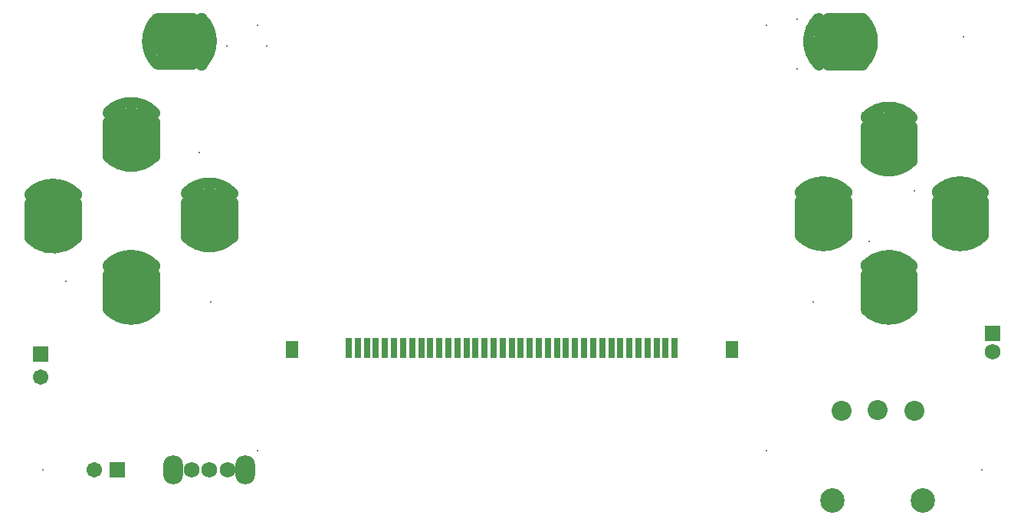
<source format=gts>
%FSLAX25Y25*%
%MOIN*%
G70*
G01*
G75*
G04 Layer_Color=8388736*
%ADD10C,0.02362*%
%ADD11C,0.02063*%
%ADD12R,0.01969X0.07874*%
%ADD13C,0.00984*%
%ADD14C,0.01000*%
%ADD15C,0.00787*%
%ADD16C,0.01969*%
%ADD17C,0.01378*%
%ADD18C,0.01181*%
%ADD19C,0.06000*%
%ADD20R,0.06000X0.06000*%
%ADD21C,0.05906*%
%ADD22R,0.05906X0.05906*%
%ADD23O,0.07874X0.11811*%
%ADD24C,0.09843*%
%ADD25C,0.07874*%
%ADD26R,0.05906X0.05906*%
%ADD27R,0.04724X0.06693*%
%ADD28C,0.02756*%
%ADD29C,0.02598*%
%ADD30R,0.03543X0.02362*%
%ADD31R,0.02756X0.03543*%
%ADD32R,0.02362X0.03543*%
%ADD33R,0.03543X0.02756*%
%ADD34R,0.05512X0.03937*%
G04:AMPARAMS|DCode=35|XSize=27.56mil|YSize=35.43mil|CornerRadius=0mil|HoleSize=0mil|Usage=FLASHONLY|Rotation=315.000|XOffset=0mil|YOffset=0mil|HoleType=Round|Shape=Rectangle|*
%AMROTATEDRECTD35*
4,1,4,-0.02227,-0.00278,0.00278,0.02227,0.02227,0.00278,-0.00278,-0.02227,-0.02227,-0.00278,0.0*
%
%ADD35ROTATEDRECTD35*%

%ADD36R,0.10236X0.04724*%
%ADD37R,0.02559X0.03543*%
%ADD38R,0.03937X0.05512*%
G04:AMPARAMS|DCode=39|XSize=27.56mil|YSize=35.43mil|CornerRadius=0mil|HoleSize=0mil|Usage=FLASHONLY|Rotation=45.000|XOffset=0mil|YOffset=0mil|HoleType=Round|Shape=Rectangle|*
%AMROTATEDRECTD39*
4,1,4,0.00278,-0.02227,-0.02227,0.00278,-0.00278,0.02227,0.02227,-0.00278,0.00278,-0.02227,0.0*
%
%ADD39ROTATEDRECTD39*%

%ADD40R,0.01575X0.02362*%
%ADD41R,0.02362X0.01575*%
%ADD42R,0.03937X0.00787*%
%ADD43R,0.03937X0.01969*%
%ADD44R,0.06299X0.05118*%
%ADD45R,0.03543X0.03937*%
%ADD46O,0.08661X0.02362*%
%ADD47O,0.01181X0.07087*%
%ADD48O,0.07087X0.01181*%
%ADD49O,0.05906X0.01969*%
%ADD50R,0.16929X0.16929*%
%ADD51R,0.02559X0.04331*%
%ADD52O,0.02362X0.08661*%
%ADD53R,0.01969X0.01969*%
%ADD54R,0.01969X0.01575*%
%ADD55R,0.05709X0.03150*%
%ADD56R,0.07087X0.09843*%
%ADD57R,0.01969X0.07874*%
%ADD58R,0.07874X0.07874*%
%ADD59R,0.06299X0.03937*%
%ADD60C,0.03937*%
%ADD61O,0.04724X0.02362*%
%ADD62C,0.02863*%
%ADD63R,0.02769X0.08674*%
%ADD64C,0.04331*%
%ADD65C,0.06800*%
%ADD66R,0.06800X0.06800*%
%ADD67C,0.00800*%
%ADD68C,0.06706*%
%ADD69R,0.06706X0.06706*%
%ADD70O,0.08674X0.12611*%
%ADD71C,0.10642*%
%ADD72C,0.08674*%
%ADD73R,0.06706X0.06706*%
%ADD74R,0.05524X0.07493*%
D61*
X549786Y436432D02*
G03*
X540095Y432343I183J-13963D01*
G01*
X559843D02*
G03*
X549786Y436432I-9874J-9874D01*
G01*
X540126Y412627D02*
G03*
X559874Y412627I9874J9874D01*
G01*
X260127Y507374D02*
G03*
X260127Y487626I9874J-9874D01*
G01*
X279843Y487657D02*
G03*
X279843Y507405I-9874J9874D01*
G01*
X239126Y380627D02*
G03*
X258874Y380627I9874J9874D01*
G01*
X258843Y400343D02*
G03*
X239095Y400343I-9874J-9874D01*
G01*
X567373Y487626D02*
G03*
X567373Y507374I-9874J9874D01*
G01*
X547657Y507343D02*
G03*
X547657Y487595I9874J-9874D01*
G01*
X239126Y447127D02*
G03*
X258874Y447127I9874J9874D01*
G01*
X609469Y436433D02*
G03*
X599595Y432343I0J-13964D01*
G01*
X619343D02*
G03*
X609469Y436433I-9874J-9874D01*
G01*
X599626Y412627D02*
G03*
X619374Y412627I9874J9874D01*
G01*
X273126Y412127D02*
G03*
X292874Y412127I9874J9874D01*
G01*
X292843Y431843D02*
G03*
X273095Y431843I-9874J-9874D01*
G01*
X576207Y404249D02*
G03*
X568595Y400343I2262J-13780D01*
G01*
X588343D02*
G03*
X576207Y404249I-9874J-9874D01*
G01*
X568626Y380627D02*
G03*
X588374Y380627I9874J9874D01*
G01*
X219850Y408406D02*
G03*
X224874Y411627I-4849J13095D01*
G01*
X205126D02*
G03*
X219850Y408406I9874J9874D01*
G01*
X214969Y435433D02*
G03*
X205095Y431343I0J-13964D01*
G01*
X224843D02*
G03*
X214969Y435433I-9874J-9874D01*
G01*
X258843Y466843D02*
G03*
X249152Y470932I-9874J-9874D01*
G01*
D02*
G03*
X239095Y466843I-183J-13963D01*
G01*
X568626Y445127D02*
G03*
X588374Y445127I9874J9874D01*
G01*
X588343Y464843D02*
G03*
X568595Y464843I-9874J-9874D01*
G01*
D62*
X549969Y436249D02*
D03*
Y408296D02*
D03*
X283749Y497531D02*
D03*
X255796D02*
D03*
X248969Y404249D02*
D03*
Y376296D02*
D03*
X543751Y497469D02*
D03*
X571704D02*
D03*
X248969Y470749D02*
D03*
Y442796D02*
D03*
X609469Y436249D02*
D03*
Y408296D02*
D03*
X282969Y435749D02*
D03*
Y407796D02*
D03*
X578469Y404249D02*
D03*
Y376296D02*
D03*
X214969Y435249D02*
D03*
Y407296D02*
D03*
X578469Y468749D02*
D03*
Y440796D02*
D03*
D63*
X363319Y364256D02*
D03*
X359382D02*
D03*
X355445D02*
D03*
X351508D02*
D03*
X347571D02*
D03*
X343634D02*
D03*
X367256D02*
D03*
X371193D02*
D03*
X375130D02*
D03*
X379067D02*
D03*
X383004D02*
D03*
X390878D02*
D03*
X386941D02*
D03*
X442059D02*
D03*
X445996D02*
D03*
X449933D02*
D03*
X461744D02*
D03*
X457807D02*
D03*
X453870D02*
D03*
X473555D02*
D03*
X469618D02*
D03*
X465681D02*
D03*
X485366D02*
D03*
X481429D02*
D03*
X477492D02*
D03*
X430248D02*
D03*
X434185D02*
D03*
X438122D02*
D03*
X418437D02*
D03*
X422374D02*
D03*
X426311D02*
D03*
X406626D02*
D03*
X410563D02*
D03*
X414500D02*
D03*
X402689D02*
D03*
X398752D02*
D03*
X394815D02*
D03*
D64*
X560237Y431556D02*
Y432343D01*
X539764Y431556D02*
Y432343D01*
X539733Y412627D02*
Y428375D01*
X560205Y412627D02*
Y428375D01*
X549969Y411871D02*
Y436249D01*
X546426Y409477D02*
Y432343D01*
X553512Y409871D02*
Y432343D01*
X543110Y414232D02*
Y434280D01*
X556890Y414232D02*
Y433887D01*
X279056Y487263D02*
X279843D01*
X279056Y507736D02*
X279843D01*
X260127Y507767D02*
X275875D01*
X260127Y487295D02*
X275875D01*
X259371Y497531D02*
X283749D01*
X256977Y501074D02*
X279843D01*
X257371Y493988D02*
X279843D01*
X261732Y504390D02*
X281780D01*
X261732Y490610D02*
X281387D01*
X259237Y399556D02*
Y400343D01*
X238764Y399556D02*
Y400343D01*
X238733Y380627D02*
Y396375D01*
X259205Y380627D02*
Y396375D01*
X248969Y379871D02*
Y404249D01*
X245426Y377477D02*
Y400343D01*
X252512Y377871D02*
Y400343D01*
X242110Y382232D02*
Y402280D01*
X255890Y382232D02*
Y401887D01*
X547657Y507737D02*
X548444D01*
X547657Y487264D02*
X548444D01*
X551625Y487233D02*
X567373D01*
X551625Y507705D02*
X567373D01*
X543751Y497469D02*
X568129D01*
X547657Y493926D02*
X570523D01*
X547657Y501012D02*
X570129D01*
X545720Y490610D02*
X565768D01*
X546113Y504390D02*
X565768D01*
X259237Y466056D02*
Y466843D01*
X238764Y466056D02*
Y466843D01*
X238733Y447127D02*
Y462875D01*
X259205Y447127D02*
Y462875D01*
X248969Y446371D02*
Y470749D01*
X245426Y443977D02*
Y466843D01*
X252512Y444371D02*
Y466843D01*
X242110Y448732D02*
Y468780D01*
X255890Y448732D02*
Y468387D01*
X619737Y431556D02*
Y432343D01*
X599264Y431556D02*
Y432343D01*
X599233Y412627D02*
Y428375D01*
X619705Y412627D02*
Y428375D01*
X609469Y411871D02*
Y436249D01*
X605926Y409477D02*
Y432343D01*
X613012Y409871D02*
Y432343D01*
X602610Y414232D02*
Y434280D01*
X616390Y414232D02*
Y433887D01*
X293237Y431056D02*
Y431843D01*
X272764Y431056D02*
Y431843D01*
X272733Y412127D02*
Y427875D01*
X293205Y412127D02*
Y427875D01*
X282969Y411371D02*
Y435749D01*
X279426Y408977D02*
Y431843D01*
X286512Y409371D02*
Y431843D01*
X276110Y413732D02*
Y433780D01*
X289890Y413732D02*
Y433387D01*
X588737Y399556D02*
Y400343D01*
X568264Y399556D02*
Y400343D01*
X568233Y380627D02*
Y396375D01*
X588705Y380627D02*
Y396375D01*
X578469Y379871D02*
Y404249D01*
X574926Y377477D02*
Y400343D01*
X582012Y377871D02*
Y400343D01*
X571610Y382232D02*
Y402280D01*
X585390Y382232D02*
Y401887D01*
X225237Y430556D02*
Y431343D01*
X204764Y430556D02*
Y431343D01*
X204733Y411627D02*
Y427375D01*
X225205Y411627D02*
Y427375D01*
X214969Y410871D02*
Y435249D01*
X211426Y408477D02*
Y431343D01*
X218512Y408871D02*
Y431343D01*
X208110Y413232D02*
Y433280D01*
X221890Y413232D02*
Y432887D01*
X588737Y464056D02*
Y464843D01*
X568264Y464056D02*
Y464843D01*
X568233Y445127D02*
Y460875D01*
X588705Y445127D02*
Y460875D01*
X578469Y444371D02*
Y468749D01*
X574926Y441977D02*
Y464843D01*
X582012Y442371D02*
Y464843D01*
X571610Y446732D02*
Y466780D01*
X585390Y446732D02*
Y466387D01*
D65*
X623500Y362563D02*
D03*
X275126Y311000D02*
D03*
X290874D02*
D03*
X283000D02*
D03*
D66*
X623500Y370437D02*
D03*
D67*
X611000Y499500D02*
D03*
X619000Y311000D02*
D03*
X210500D02*
D03*
X283500Y384000D02*
D03*
X545500D02*
D03*
X220500Y393000D02*
D03*
X278500Y449000D02*
D03*
X589500Y432500D02*
D03*
X570000Y410500D02*
D03*
X290642Y495504D02*
D03*
X307965D02*
D03*
X538500Y507098D02*
D03*
Y485445D02*
D03*
X303870Y319374D02*
D03*
Y504413D02*
D03*
X525130Y319374D02*
D03*
Y504413D02*
D03*
D68*
X209500Y351500D02*
D03*
X233000Y311000D02*
D03*
D69*
X209500Y361500D02*
D03*
D70*
X298748Y311000D02*
D03*
X267252D02*
D03*
D71*
X554032Y297878D02*
D03*
X593402D02*
D03*
D72*
X557969Y336854D02*
D03*
X589465D02*
D03*
X573717Y337248D02*
D03*
D73*
X243000Y311000D02*
D03*
D74*
X318831Y363469D02*
D03*
X510169Y363469D02*
D03*
M02*

</source>
